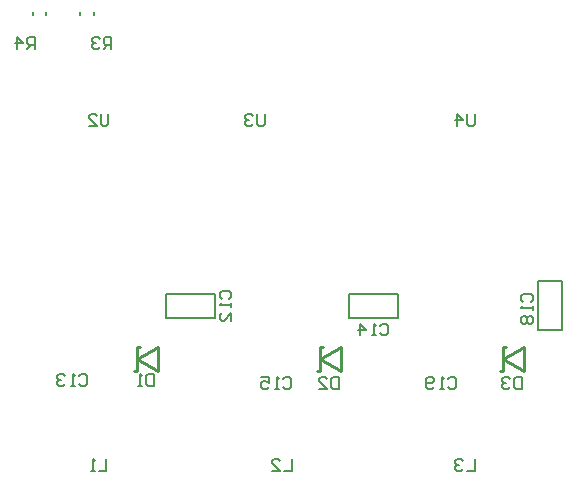
<source format=gbo>
G04*
G04 #@! TF.GenerationSoftware,Altium Limited,CircuitMaker,2.3.0 (2.3.0.3)*
G04*
G04 Layer_Color=13813960*
%FSLAX25Y25*%
%MOIN*%
G70*
G04*
G04 #@! TF.SameCoordinates,16FC6845-B66D-4252-ADF8-C3080C0A7A4D*
G04*
G04*
G04 #@! TF.FilePolarity,Positive*
G04*
G01*
G75*
%ADD10C,0.01000*%
%ADD13C,0.00787*%
D10*
X157150Y167850D02*
Y175850D01*
X150150Y171850D02*
X157150Y167850D01*
X150150Y171850D02*
X157150Y175850D01*
X150150Y167850D02*
Y175850D01*
X149150Y167850D02*
X150150D01*
Y175850D02*
X151150D01*
X218173Y167850D02*
Y175850D01*
X211173Y171850D02*
X218173Y167850D01*
X211173Y171850D02*
X218173Y175850D01*
X211173Y167850D02*
Y175850D01*
X210173Y167850D02*
X211173D01*
Y175850D02*
X212173D01*
X279197Y167850D02*
Y175850D01*
X272197Y171850D02*
X279197Y167850D01*
X272197Y171850D02*
X279197Y175850D01*
X272197Y167850D02*
Y175850D01*
X271197Y167850D02*
X272197D01*
Y175850D02*
X273197D01*
D13*
X176083Y185531D02*
Y193602D01*
X159744D02*
X176083D01*
X159744Y185531D02*
Y193602D01*
Y185531D02*
X176083D01*
X237106D02*
Y193602D01*
X220768D02*
X237106D01*
X220768Y185531D02*
Y193602D01*
Y185531D02*
X237106D01*
X283957Y181398D02*
X292028D01*
Y197736D01*
X283957D02*
X292028D01*
X283957Y181398D02*
Y197736D01*
X131201Y286614D02*
Y287402D01*
X135728Y286614D02*
Y287402D01*
X119980Y286614D02*
Y287402D01*
X115453Y286614D02*
Y287402D01*
X262729Y253543D02*
Y250263D01*
X262073Y249607D01*
X260761D01*
X260105Y250263D01*
Y253543D01*
X256825Y249607D02*
Y253543D01*
X258793Y251575D01*
X256169D01*
X192847Y253543D02*
Y250263D01*
X192191Y249607D01*
X190879D01*
X190223Y250263D01*
Y253543D01*
X188911Y252887D02*
X188255Y253543D01*
X186943D01*
X186287Y252887D01*
Y252231D01*
X186943Y251575D01*
X187599D01*
X186943D01*
X186287Y250919D01*
Y250263D01*
X186943Y249607D01*
X188255D01*
X188911Y250263D01*
X140681Y253543D02*
Y250263D01*
X140025Y249607D01*
X138714D01*
X138057Y250263D01*
Y253543D01*
X134122Y249607D02*
X136746D01*
X134122Y252231D01*
Y252887D01*
X134778Y253543D01*
X136090D01*
X136746Y252887D01*
X116075Y275198D02*
Y279133D01*
X114107D01*
X113451Y278477D01*
Y277165D01*
X114107Y276509D01*
X116075D01*
X114763D02*
X113451Y275198D01*
X110171D02*
Y279133D01*
X112139Y277165D01*
X109516D01*
X141666Y275198D02*
Y279133D01*
X139698D01*
X139042Y278477D01*
Y277165D01*
X139698Y276509D01*
X141666D01*
X140354D02*
X139042Y275198D01*
X137730Y278477D02*
X137074Y279133D01*
X135762D01*
X135106Y278477D01*
Y277821D01*
X135762Y277165D01*
X136418D01*
X135762D01*
X135106Y276509D01*
Y275853D01*
X135762Y275198D01*
X137074D01*
X137730Y275853D01*
X140025Y138385D02*
Y134450D01*
X137402D01*
X136090D02*
X134778D01*
X135434D01*
Y138385D01*
X136090Y137729D01*
X201705Y138385D02*
Y134450D01*
X199081D01*
X195145D02*
X197769D01*
X195145Y137073D01*
Y137729D01*
X195801Y138385D01*
X197113D01*
X197769Y137729D01*
X262729Y138385D02*
Y134450D01*
X260105D01*
X258793Y137729D02*
X258137Y138385D01*
X256825D01*
X256169Y137729D01*
Y137073D01*
X256825Y136417D01*
X257481D01*
X256825D01*
X256169Y135761D01*
Y135105D01*
X256825Y134450D01*
X258137D01*
X258793Y135105D01*
X155773Y166929D02*
Y162993D01*
X153806D01*
X153150Y163649D01*
Y166272D01*
X153806Y166929D01*
X155773D01*
X151838Y162993D02*
X150526D01*
X151182D01*
Y166929D01*
X151838Y166272D01*
X217453Y165944D02*
Y162009D01*
X215485D01*
X214829Y162664D01*
Y165288D01*
X215485Y165944D01*
X217453D01*
X210893Y162009D02*
X213517D01*
X210893Y164632D01*
Y165288D01*
X211549Y165944D01*
X212861D01*
X213517Y165288D01*
X278477Y165944D02*
Y162009D01*
X276509D01*
X275853Y162664D01*
Y165288D01*
X276509Y165944D01*
X278477D01*
X274541Y165288D02*
X273885Y165944D01*
X272573D01*
X271917Y165288D01*
Y164632D01*
X272573Y163976D01*
X273229D01*
X272573D01*
X271917Y163320D01*
Y162664D01*
X272573Y162009D01*
X273885D01*
X274541Y162664D01*
X278806Y190878D02*
X278150Y191534D01*
Y192846D01*
X278806Y193502D01*
X281430D01*
X282086Y192846D01*
Y191534D01*
X281430Y190878D01*
X282086Y189567D02*
Y188255D01*
Y188911D01*
X278150D01*
X278806Y189567D01*
Y186287D02*
X278150Y185631D01*
Y184319D01*
X278806Y183663D01*
X279462D01*
X280118Y184319D01*
X280774Y183663D01*
X281430D01*
X282086Y184319D01*
Y185631D01*
X281430Y186287D01*
X280774D01*
X280118Y185631D01*
X279462Y186287D01*
X278806D01*
X280118Y185631D02*
Y184319D01*
X130839Y166272D02*
X131495Y166929D01*
X132807D01*
X133463Y166272D01*
Y163649D01*
X132807Y162993D01*
X131495D01*
X130839Y163649D01*
X129527Y162993D02*
X128215D01*
X128871D01*
Y166929D01*
X129527Y166272D01*
X126248D02*
X125592Y166929D01*
X124280D01*
X123624Y166272D01*
Y165617D01*
X124280Y164961D01*
X124935D01*
X124280D01*
X123624Y164305D01*
Y163649D01*
X124280Y162993D01*
X125592D01*
X126248Y163649D01*
X178412Y191863D02*
X177757Y192519D01*
Y193831D01*
X178412Y194487D01*
X181036D01*
X181692Y193831D01*
Y192519D01*
X181036Y191863D01*
X181692Y190551D02*
Y189239D01*
Y189895D01*
X177757D01*
X178412Y190551D01*
X181692Y184647D02*
Y187271D01*
X179069Y184647D01*
X178412D01*
X177757Y185303D01*
Y186615D01*
X178412Y187271D01*
X198752Y165288D02*
X199408Y165944D01*
X200720D01*
X201376Y165288D01*
Y162664D01*
X200720Y162009D01*
X199408D01*
X198752Y162664D01*
X197441Y162009D02*
X196129D01*
X196785D01*
Y165944D01*
X197441Y165288D01*
X191537Y165944D02*
X194161D01*
Y163976D01*
X192849Y164632D01*
X192193D01*
X191537Y163976D01*
Y162664D01*
X192193Y162009D01*
X193505D01*
X194161Y162664D01*
X231233Y183005D02*
X231889Y183661D01*
X233201D01*
X233857Y183005D01*
Y180381D01*
X233201Y179725D01*
X231889D01*
X231233Y180381D01*
X229921Y179725D02*
X228609D01*
X229265D01*
Y183661D01*
X229921Y183005D01*
X224673Y179725D02*
Y183661D01*
X226641Y181693D01*
X224017D01*
X253871Y165288D02*
X254527Y165944D01*
X255838D01*
X256494Y165288D01*
Y162664D01*
X255838Y162009D01*
X254527D01*
X253871Y162664D01*
X252559Y162009D02*
X251247D01*
X251903D01*
Y165944D01*
X252559Y165288D01*
X249279Y162664D02*
X248623Y162009D01*
X247311D01*
X246655Y162664D01*
Y165288D01*
X247311Y165944D01*
X248623D01*
X249279Y165288D01*
Y164632D01*
X248623Y163976D01*
X246655D01*
M02*

</source>
